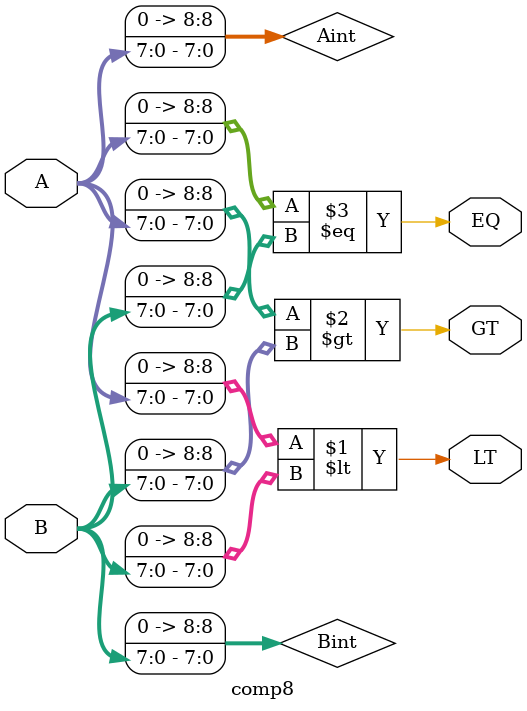
<source format=v>
`timescale 1ns / 1ps
module comp8(
    input [7:0] A,
    input [7:0] B,
    output LT,
    output GT,
	 output EQ
    );

	wire [8:0] Aint, Bint;
	assign Aint = {1'b0, A};
	assign Bint = {1'b0, B};
	assign LT = (Aint < Bint);
	assign GT = (Aint > Bint);
	assign EQ = (Aint == Bint);

endmodule

</source>
